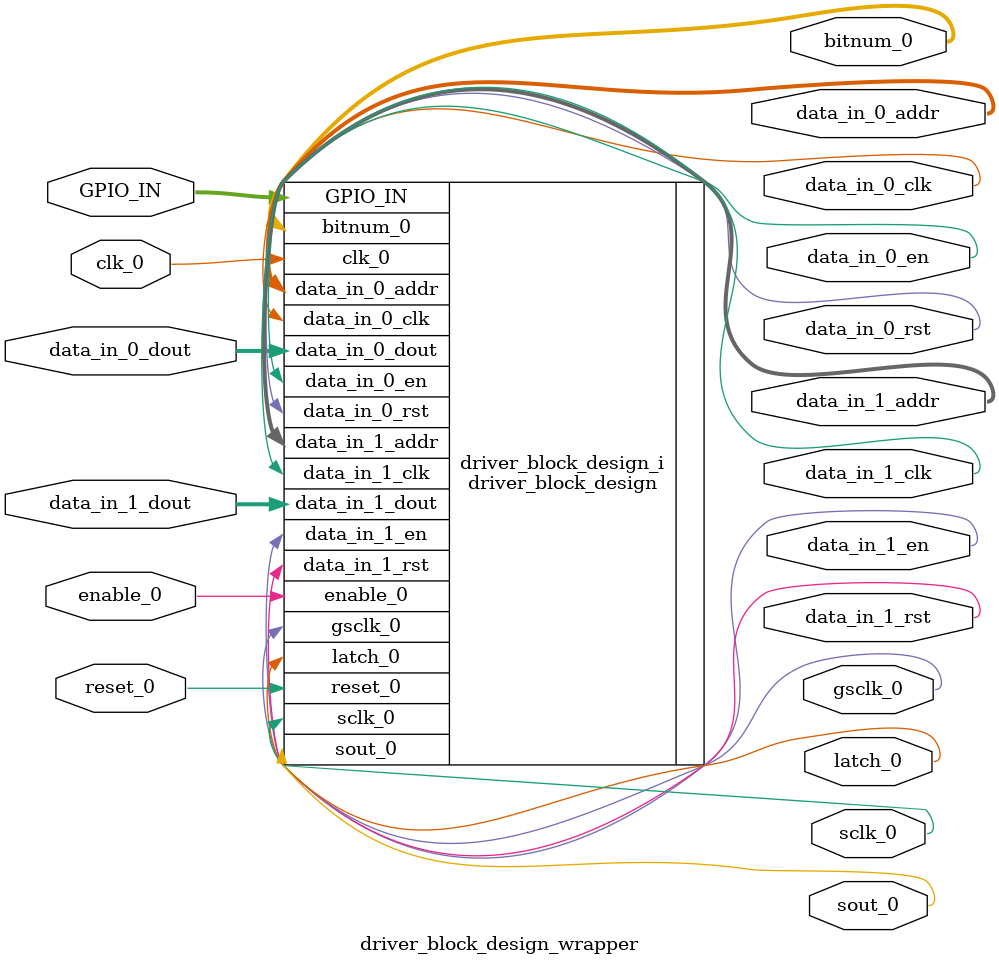
<source format=v>
`timescale 1 ps / 1 ps

module driver_block_design_wrapper
   (GPIO_IN,
    bitnum_0,
    clk_0,
    data_in_0_addr,
    data_in_0_clk,
    data_in_0_dout,
    data_in_0_en,
    data_in_0_rst,
    data_in_1_addr,
    data_in_1_clk,
    data_in_1_dout,
    data_in_1_en,
    data_in_1_rst,
    enable_0,
    gsclk_0,
    latch_0,
    reset_0,
    sclk_0,
    sout_0);
  input [2:0]GPIO_IN;
  output [10:0]bitnum_0;
  input clk_0;
  output [31:0]data_in_0_addr;
  output data_in_0_clk;
  input [31:0]data_in_0_dout;
  output data_in_0_en;
  output data_in_0_rst;
  output [31:0]data_in_1_addr;
  output data_in_1_clk;
  input [31:0]data_in_1_dout;
  output data_in_1_en;
  output data_in_1_rst;
  input enable_0;
  output gsclk_0;
  output latch_0;
  input reset_0;
  output sclk_0;
  output sout_0;

  wire [2:0]GPIO_IN;
  wire [10:0]bitnum_0;
  wire clk_0;
  wire [31:0]data_in_0_addr;
  wire data_in_0_clk;
  wire [31:0]data_in_0_dout;
  wire data_in_0_en;
  wire data_in_0_rst;
  wire [31:0]data_in_1_addr;
  wire data_in_1_clk;
  wire [31:0]data_in_1_dout;
  wire data_in_1_en;
  wire data_in_1_rst;
  wire enable_0;
  wire gsclk_0;
  wire latch_0;
  wire reset_0;
  wire sclk_0;
  wire sout_0;

  driver_block_design driver_block_design_i
       (.GPIO_IN(GPIO_IN),
        .bitnum_0(bitnum_0),
        .clk_0(clk_0),
        .data_in_0_addr(data_in_0_addr),
        .data_in_0_clk(data_in_0_clk),
        .data_in_0_dout(data_in_0_dout),
        .data_in_0_en(data_in_0_en),
        .data_in_0_rst(data_in_0_rst),
        .data_in_1_addr(data_in_1_addr),
        .data_in_1_clk(data_in_1_clk),
        .data_in_1_dout(data_in_1_dout),
        .data_in_1_en(data_in_1_en),
        .data_in_1_rst(data_in_1_rst),
        .enable_0(enable_0),
        .gsclk_0(gsclk_0),
        .latch_0(latch_0),
        .reset_0(reset_0),
        .sclk_0(sclk_0),
        .sout_0(sout_0));
endmodule

</source>
